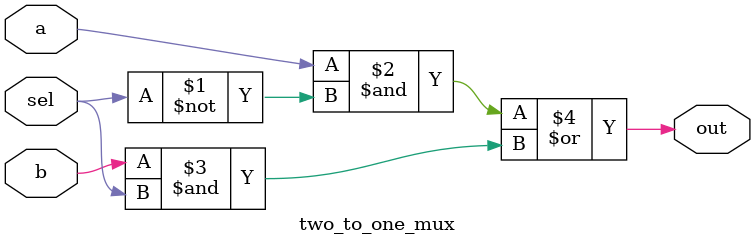
<source format=v>

`timescale 1s / 1ms

module two_to_one_mux(
    input wire a,
    input wire b,
    input wire sel,
    output wire out
);
    // MUX logic: if sel is 0, output a; if sel is 1, output b
    assign out = (a & ~sel) | (b & sel);

endmodule


</source>
